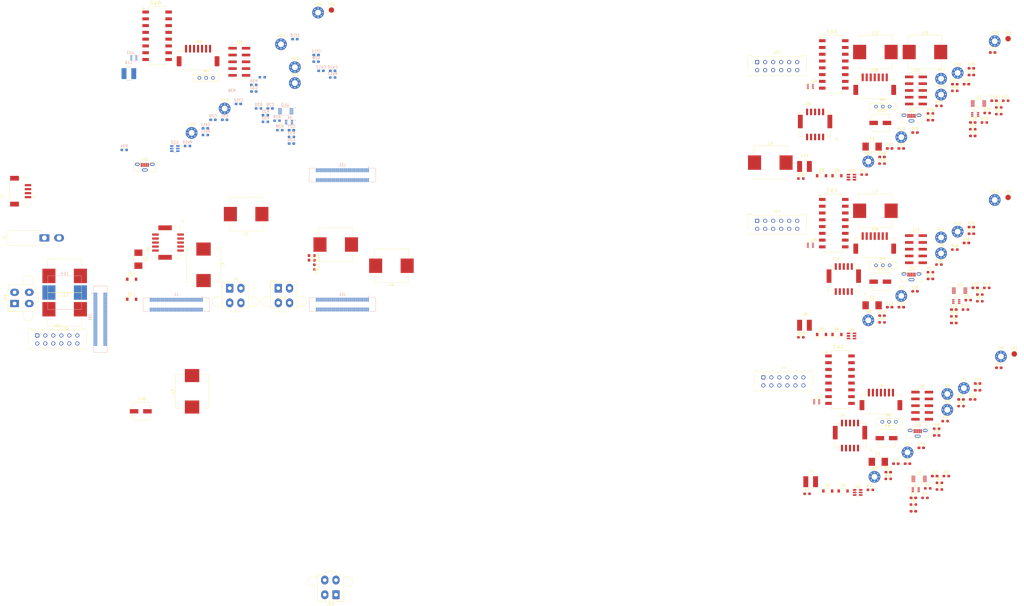
<source format=kicad_pcb>
(kicad_pcb (version 20211014) (generator pcbnew)
  (layers (0 "F.Cu" signal) (1 "In1.Cu" signal) (2 "In2.Cu" signal) (31 "B.Cu" signal) (34 "B.Paste" user) (35 "F.Paste" user) (36 "B.SilkS" user "B.Silkscreen") (37 "F.SilkS" user "F.Silkscreen") (38 "B.Mask" user) (39 "F.Mask" user) (44 "Edge.Cuts" user))
  (net 0 "")
  (net 1 "Net-(C1-Pad1)")
  (net 2 "GND")
  (net 3 "Net-(C2-Pad1)")
  (net 4 "VCC")
  (net 5 "Net-(C5-Pad1)")
  (net 6 "Net-(C6-Pad1)")
  (net 7 "Net-(C9-Pad1)")
  (net 8 "Net-(C10-Pad1)")
  (net 9 "Net-(C13-Pad1)")
  (net 10 "Net-(C14-Pad1)")
  (net 11 "Net-(Cs1-Pad2)")
  (net 12 "Net-(Cs2-Pad2)")
  (net 13 "Net-(Cs3-Pad2)")
  (net 14 "Net-(Cs4-Pad2)")
  (net 15 "Net-(Cs5-Pad2)")
  (net 16 "Net-(Cs6-Pad2)")
  (net 17 "Net-(J1-Pad1)")
  (net 18 "Net-(J1-Pad10)")
  (net 19 "Net-(J1-Pad13)")
  (net 39 "Net-(J11-Pad1)")
  (net 40 "Net-(J11-Pad10)")
  (net 41 "Net-(J11-Pad13)")
  (net 61 "Net-(L4-Pad1)")
  (net 62 "Net-(L8-Pad1)")
  (net 63 "Net-(R6-Pad1)")
  (net 64 "Net-(R9-Pad1)")
  (net 65 "Net-(R15-Pad1)")
  (net 66 "Net-(R18-Pad1)")
  (net 71 "Net-(TP1-Pad1)")
  (net 72 "Net-(TP2-Pad1)")
  (net 73 "Net-(C17-Pad1)")
  (net 74 "Net-(C18-Pad1)")
  (net 75 "Net-(C21-Pad1)")
  (net 76 "Net-(C22-Pad1)")
  (net 77 "Net-(C25-Pad1)")
  (net 78 "Net-(C26-Pad1)")
  (net 79 "Net-(C29-Pad1)")
  (net 80 "Net-(C30-Pad1)")
  (net 81 "Net-(Cs7-Pad2)")
  (net 82 "Net-(Cs8-Pad2)")
  (net 83 "Net-(Cs9-Pad2)")
  (net 84 "Net-(Cs10-Pad2)")
  (net 85 "Net-(Cs11-Pad2)")
  (net 86 "Net-(Cs12-Pad2)")
  (net 87 "Net-(J21-Pad1)")
  (net 88 "Net-(J21-Pad10)")
  (net 89 "Net-(J21-Pad13)")
  (net 109 "Net-(J31-Pad1)")
  (net 110 "Net-(J31-Pad10)")
  (net 111 "Net-(J31-Pad13)")
  (net 131 "Net-(L12-Pad1)")
  (net 132 "Net-(L16-Pad1)")
  (net 133 "Net-(R24-Pad1)")
  (net 134 "Net-(R27-Pad1)")
  (net 135 "Net-(R33-Pad1)")
  (net 136 "Net-(R36-Pad1)")
  (net 141 "Net-(TP3-Pad1)")
  (net 142 "Net-(TP4-Pad1)")
  (net 143 "/Connector layout12/Vaux")
  (net 144 "/Connector layout12/VDD")
  (net 145 "/Connector layout12/VBus")
  (net 146 "/Connector layout12/Motor+")
  (net 147 "/Connector layout12/Motor-")
  (net 148 "/Connector layout12/Motor3")
  (net 149 "/Connector layout12/IN_Clock{slash}HsDigOUT1\\")
  (net 150 "/Connector layout12/IN_Clock{slash}HsDigOUT1")
  (net 151 "/Connector layout12/IN_Data\\")
  (net 152 "/Connector layout12/IN_Data")
  (net 153 "/Connector layout12/Hall Sensor 1")
  (net 154 "/Connector layout12/Channel_A")
  (net 155 "/Connector layout12/Hall Sensor 2")
  (net 156 "/Connector layout12/Channel_A\\")
  (net 157 "/Connector layout12/Hall Sensor 3")
  (net 158 "/Connector layout12/Channel_B")
  (net 159 "/Connector layout12/Vsensor")
  (net 160 "/Connector layout12/Channel_B\\")
  (net 161 "/Connector layout12/Channel_I")
  (net 162 "/Connector layout12/Channel_I-")
  (net 163 "/Connector layout12/AnIN1+")
  (net 164 "/Connector layout12/AnIN1-")
  (net 165 "/Connector layout12/AnIN2+")
  (net 166 "/Connector layout12/AnIN2-")
  (net 167 "/Connector layout12/Data{slash}HsDigIN4")
  (net 168 "/Connector layout12/AnOUT1")
  (net 169 "/Connector layout12/Clock{slash}HsDigOUT1")
  (net 170 "/Connector layout12/USB_D-")
  (net 171 "/Connector layout12/USB_D+")
  (net 172 "/Connector layout12/ID 1")
  (net 173 "/Connector layout12/ID 5")
  (net 174 "/Connector layout12/ID 2")
  (net 175 "/Connector layout12/ID 6")
  (net 176 "/Connector layout12/ID 3")
  (net 177 "/Connector layout12/Auto bit rate")
  (net 178 "/Connector layout12/ID 4")
  (net 179 "/Connector layout12/DSP_RxD")
  (net 180 "/Connector layout12/DSP_TxD")
  (net 181 "/Connector layout13/Vaux")
  (net 182 "/Connector layout13/VDD")
  (net 183 "/Connector layout13/VBus")
  (net 184 "/Connector layout14/Vaux")
  (net 185 "/Connector layout14/VDD")
  (net 186 "/Connector layout14/VBus")
  (net 187 "/Connector layout15/Vaux")
  (net 188 "/Connector layout15/VDD")
  (net 189 "/Connector layout15/VBus")
  (net 190 "/Connector layout13/Motor+")
  (net 191 "/Connector layout13/Motor-")
  (net 192 "/Connector layout13/Motor3")
  (net 193 "/Connector layout14/Motor+")
  (net 194 "/Connector layout14/Motor-")
  (net 195 "/Connector layout14/Motor3")
  (net 196 "/Connector layout15/Motor+")
  (net 197 "/Connector layout15/Motor-")
  (net 198 "/Connector layout15/Motor3")
  (net 199 "/Connector layout13/IN_Clock{slash}HsDigOUT1\\")
  (net 200 "/Connector layout13/IN_Clock{slash}HsDigOUT1")
  (net 201 "/Connector layout13/IN_Data\\")
  (net 202 "/Connector layout13/IN_Data")
  (net 203 "/Connector layout14/IN_Clock{slash}HsDigOUT1\\")
  (net 204 "/Connector layout14/IN_Clock{slash}HsDigOUT1")
  (net 205 "/Connector layout14/IN_Data\\")
  (net 206 "/Connector layout14/IN_Data")
  (net 207 "/Connector layout15/IN_Clock{slash}HsDigOUT1\\")
  (net 208 "/Connector layout15/IN_Clock{slash}HsDigOUT1")
  (net 209 "/Connector layout15/IN_Data\\")
  (net 210 "/Connector layout15/IN_Data")
  (net 211 "/Connector layout13/Hall Sensor 1")
  (net 212 "/Connector layout13/Channel_A")
  (net 213 "/Connector layout13/Hall Sensor 2")
  (net 214 "/Connector layout13/Channel_A\\")
  (net 215 "/Connector layout13/Hall Sensor 3")
  (net 216 "/Connector layout13/Channel_B")
  (net 217 "/Connector layout13/Vsensor")
  (net 218 "/Connector layout13/Channel_B\\")
  (net 219 "/Connector layout13/Channel_I")
  (net 220 "/Connector layout13/Channel_I-")
  (net 221 "/Connector layout13/AnIN1+")
  (net 222 "/Connector layout13/AnIN1-")
  (net 223 "/Connector layout13/AnIN2+")
  (net 224 "/Connector layout13/AnIN2-")
  (net 225 "/Connector layout13/Data{slash}HsDigIN4")
  (net 226 "/Connector layout13/AnOUT1")
  (net 227 "/Connector layout13/Clock{slash}HsDigOUT1")
  (net 228 "/Connector layout13/USB_D-")
  (net 229 "/Connector layout13/USB_D+")
  (net 230 "/Connector layout13/ID 1")
  (net 231 "/Connector layout13/ID 5")
  (net 232 "/Connector layout13/ID 2")
  (net 233 "/Connector layout13/ID 6")
  (net 234 "/Connector layout13/ID 3")
  (net 235 "/Connector layout13/Auto bit rate")
  (net 236 "/Connector layout13/ID 4")
  (net 237 "/Connector layout13/DSP_RxD")
  (net 238 "/Connector layout13/DSP_TxD")
  (net 239 "/Connector layout14/Hall Sensor 1")
  (net 240 "/Connector layout14/Channel_A")
  (net 241 "/Connector layout14/Hall Sensor 2")
  (net 242 "/Connector layout14/Channel_A\\")
  (net 243 "/Connector layout14/Hall Sensor 3")
  (net 244 "/Connector layout14/Channel_B")
  (net 245 "/Connector layout14/Vsensor")
  (net 246 "/Connector layout14/Channel_B\\")
  (net 247 "/Connector layout14/Channel_I")
  (net 248 "/Connector layout14/Channel_I-")
  (net 249 "/Connector layout14/AnIN1+")
  (net 250 "/Connector layout14/AnIN1-")
  (net 251 "/Connector layout14/AnIN2+")
  (net 252 "/Connector layout14/AnIN2-")
  (net 253 "/Connector layout14/Data{slash}HsDigIN4")
  (net 254 "/Connector layout14/AnOUT1")
  (net 255 "/Connector layout14/Clock{slash}HsDigOUT1")
  (net 256 "/Connector layout14/USB_D-")
  (net 257 "/Connector layout14/USB_D+")
  (net 258 "/Connector layout14/ID 1")
  (net 259 "/Connector layout14/ID 5")
  (net 260 "/Connector layout14/ID 2")
  (net 261 "/Connector layout14/ID 6")
  (net 262 "/Connector layout14/ID 3")
  (net 263 "/Connector layout14/Auto bit rate")
  (net 264 "/Connector layout14/ID 4")
  (net 265 "/Connector layout14/DSP_RxD")
  (net 266 "/Connector layout14/DSP_TxD")
  (net 267 "/Connector layout15/Hall Sensor 1")
  (net 268 "/Connector layout15/Channel_A")
  (net 269 "/Connector layout15/Hall Sensor 2")
  (net 270 "/Connector layout15/Channel_A\\")
  (net 271 "/Connector layout15/Hall Sensor 3")
  (net 272 "/Connector layout15/Channel_B")
  (net 273 "/Connector layout15/Vsensor")
  (net 274 "/Connector layout15/Channel_B\\")
  (net 275 "/Connector layout15/Channel_I")
  (net 276 "/Connector layout15/Channel_I-")
  (net 277 "/Connector layout15/AnIN1+")
  (net 278 "/Connector layout15/AnIN1-")
  (net 279 "/Connector layout15/AnIN2+")
  (net 280 "/Connector layout15/AnIN2-")
  (net 281 "/Connector layout15/Data{slash}HsDigIN4")
  (net 282 "/Connector layout15/AnOUT1")
  (net 283 "/Connector layout15/Clock{slash}HsDigOUT1")
  (net 284 "/Connector layout15/USB_D-")
  (net 285 "/Connector layout15/USB_D+")
  (net 286 "/Connector layout15/ID 1")
  (net 287 "/Connector layout15/ID 5")
  (net 288 "/Connector layout15/ID 2")
  (net 289 "/Connector layout15/ID 6")
  (net 290 "/Connector layout15/ID 3")
  (net 291 "/Connector layout15/Auto bit rate")
  (net 292 "/Connector layout15/ID 4")
  (net 293 "/Connector layout15/DSP_RxD")
  (net 294 "/Connector layout15/DSP_TxD")
  (net 295 "CAN high")
  (net 296 "CAN low")
  (footprint "Resistor_SMD:R_0603_1608Metric_Pad0.98x0.95mm_HandSolder" (layer "F.Cu") (at 370.52 184.03)
    (fp_text reference "R8")
    (fp_text value "0R")
  )
  (footprint "Capacitor_SMD:C_0603_1608Metric_Pad1.08x0.95mm_HandSolder" (layer "F.Cu") (at 361.81 209.94)
    (fp_text reference "C3")
    (fp_text value "0.1uF")
  )
  (footprint "Diode_SMD:D_SOD-123" (layer "F.Cu") (at 327.425 89.215)
    (fp_text reference "D8")
    (fp_text value "SMF30A")
  )
  (footprint "can_proj_footprints:SOP50P490X110-10N" (layer "F.Cu") (at 363.955 202.835)
    (fp_text reference "U1")
    (fp_text value "MAX1486CUB+")
  )
  (footprint "Connector_Molex:Molex_Micro-Fit_3.0_43045-1212_2x06_P3.00mm_Vertical" (layer "F.Cu") (at 303.295 46.645)
    (fp_text reference "J24")
    (fp_text value "Hall Sensor (X4) ")
  )
  (footprint "MountingHole:MountingHole_2.2mm_M2_Pad_Via" (layer "F.Cu") (at 359.6 192.9)
    (fp_text reference "H1")
    (fp_text value "MountingHole_Pad")
  )
  (footprint "Connector_PinHeader_2.54mm:PinHeader_2x05_P2.54mm_Vertical_SMD" (layer "F.Cu") (at 362.775 116.745)
    (fp_text reference "J15")
    (fp_text value "Encoder (X5)")
  )
  (footprint "Resistor_SMD:R_0603_1608Metric_Pad0.98x0.95mm_HandSolder" (layer "F.Cu") (at 373.7 181.18)
    (fp_text reference "R9")
    (fp_text value "120R")
  )
  (footprint "Capacitor_SMD:C_0603_1608Metric_Pad1.08x0.95mm_HandSolder" (layer "F.Cu") (at 359.6 197.13)
    (fp_text reference "C7")
    (fp_text value "10uF")
  )
  (footprint "Capacitor_SMD:C_0603_1608Metric_Pad1.08x0.95mm_HandSolder" (layer "F.Cu") (at 376.955 144.405)
    (fp_text reference "C9")
    (fp_text value "220pF")
  )
  (footprint "can_proj_footprints:MOLEX_5031541090" (layer "F.Cu") (at 325 70)
    (fp_text reference "J26")
    (fp_text value "Sensor (X6)")
  )
  (footprint "Fuse:Fuseholder_Littelfuse_Nano2_157x" (layer "F.Cu") (at 346.345 137.785)
    (fp_text reference "F2")
    (fp_text value "0157010")
  )
  (footprint "can_proj_footprints:MOLEX_5031541090" (layer "F.Cu") (at 82.7 114.25925 90)
    (fp_text reference "J36")
    (fp_text value "Sensor (X6)")
  )
  (footprint "can_proj_footprints:450301014042" (layer "F.Cu") (at 96.9885 52.5585)
    (fp_text reference "SW7")
    (fp_text value "450301014042-ND")
  )
  (footprint "Capacitor_SMD:C_0603_1608Metric_Pad1.08x0.95mm_HandSolder" (layer "F.Cu") (at 392.02 61.115)
    (fp_text reference "C18")
    (fp_text value "220pF")
  )
  (footprint "can_proj_footprints:450301014042" (layer "F.Cu") (at 350.3635 63.2935)
    (fp_text reference "SW5")
    (fp_text value "450301014042-ND")
  )
  (footprint "Inductor_SMD:L_Wuerth_WE-PD-Typ-LS_Handsoldering" (layer "F.Cu") (at 44 126.75 180)
    (fp_text reference "L13")
    (fp_text value "15uH")
  )
  (footprint "Connector_Molex:Molex_Mini-Fit_Jr_5566-04A2_2x02_P4.20mm_Vertical" (layer "F.Cu") (at 25.25 137.1 90)
    (fp_text reference "J33")
    (fp_text value "Motor (X3)")
  )
  (footprint "Connector_Molex:Molex_CLIK-Mate_502585-0770_1x07-1MP_P1.50mm_Horizontal" (layer "F.Cu") (at 347.325 54.925)
    (fp_text reference "J28")
    (fp_text value "Analog I/O (X8)")
  )
  (footprint "Capacitor_SMD:C_0603_1608Metric_Pad1.08x0.95mm_HandSolder" (layer "F.Cu") (at 369.79 201.79)
    (fp_text reference "C2")
    (fp_text value "220pF")
  )
  (footprint "MountingHole:MountingHole_2.2mm_M2_Pad_Via" (layer "F.Cu") (at 357.275 134.245)
    (fp_text reference "H7")
    (fp_text value "MountingHole_Pad")
  )
  (footprint "MountingHole:MountingHole_2.2mm_M2_Pad_Via" (layer "F.Cu") (at 357.275 74.755)
    (fp_text reference "H13")
    (fp_text value "MountingHole_Pad")
  )
  (footprint "can_proj_footprints:TVS_TPD4E1B06DCKR" (layer "F.Cu") (at 377.85 136.355)
    (fp_text reference "D4")
    (fp_text value "TPD4E1B06DCKR")
  )
  (footprint "can_proj_footprints:MOLEX_5031541090" (layer "F.Cu") (at 335.745 127.94)
    (fp_text reference "J16")
    (fp_text value "Sensor (X6)")
  )
  (footprint "Resistor_SMD:R_0603_1608Metric_Pad0.98x0.95mm_HandSolder" (layer "F.Cu") (at 374.14 201.79)
    (fp_text reference "R3")
    (fp_text value "20k")
  )
  (footprint "Connector_USB:USB_Micro-B_Molex-105133-0001" (layer "F.Cu") (at 361.095 67.615)
    (fp_text reference "J30")
    (fp_text value "Micro_USB (X13)")
  )
  (footprint "Diode_SMD:D_SOD-123" (layer "F.Cu") (at 69.1 128)
    (fp_text reference "D12")
    (fp_text value "SMF30A")
  )
  (footprint "Resistor_SMD:R_0603_1608Metric_Pad0.98x0.95mm_HandSolder" (layer "F.Cu") (at 371.55 204.3)
    (fp_text reference "R4")
    (fp_text value "20k")
  )
  (footprint "Connector_USB:USB_Micro-B_Molex-105133-0001" (layer "F.Cu") (at 363.42 185.76)
    (fp_text reference "J10")
    (fp_text value "Micro_USB (X13)")
  )
  (footprint "Resistor_SMD:R_0603_1608Metric_Pad0.98x0.95mm_HandSolder" (layer "F.Cu") (at 350.065 84.685)
    (fp_text reference "Rs8")
    (fp_text value "270R")
  )
  (footprint "Fuse:Fuseholder_Littelfuse_Nano2_157x" (layer "F.Cu") (at 346.345 78.295)
    (fp_text reference "F3")
    (fp_text value "0157010")
  )
  (footprint "MountingHole:MountingHole_2.2mm_M2_Pad_Via" (layer "F.Cu") (at 372.175 52.855)
    (fp_text reference "H17")
    (fp_text value "MountingHole_Pad")
  )
  (footprint "Resistor_SMD:R_0603_1608Metric_Pad0.98x0.95mm_HandSolder" (layer "F.Cu") (at 367.2 206.39)
    (fp_text reference "R2")
    (fp_text value "150R")
  )
  (footprint "Resistor_SMD:R_0603_1608Metric_Pad0.98x0.95mm_HandSolder" (layer "F.Cu") (at 384.04 71.775)
    (fp_text reference "R24")
    (fp_text value "1k")
  )
  (footprint "can_proj_footprints:TVS_TPD4E1B06DCKR" (layer "F.Cu") (at 384.935 66.235)
    (fp_text reference "D7")
    (fp_text value "TPD4E1B06DCKR")
  )
  (footprint "Connector_Molex:Molex_Mini-Fit_Jr_5566-04A2_2x02_P4.20mm_Vertical" (layer "F.Cu") (at 145.6 246.25 180)
    (fp_text reference "J23")
    (fp_text value "Motor (X3)")
  )
  (footprint "Resistor_SMD:R_0603_1608Metric_Pad0.98x0.95mm_HandSolder" (layer "F.Cu") (at 319.675 90.275)
    (fp_text reference "R25")
    (fp_text value "0R")
  )
  (footprint "MountingHole:MountingHole_2.2mm_M2_Pad_Via" (layer "F.Cu") (at 125 39.94)
    (fp_text reference "H22")
    (fp_text value "MountingHole_Pad")
  )
  (footprint "Capacitor_SMD:C_0603_1608Metric_Pad1.08x0.95mm_HandSolder" (layer "F.Cu") (at 383.525 48.955)
    (fp_text reference "Cf8")
    (fp_text value "220pF")
  )
  (footprint "MountingHole:MountingHole_2.2mm_M2_Pad_Via" (layer "F.Cu") (at 103.9 64.02)
    (fp_text reference "H19")
    (fp_text value "MountingHole_Pad")
  )
  (footprint "can_proj_footprints:CAP_EEHZA1V680XP" (layer "F.Cu") (at 72.5 177.5)
    (fp_text reference "C30")
    (fp_text value "EEH-ZA1V680XP")
  )
  (footprint "Resistor_SMD:R_0603_1608Metric_Pad0.98x0.95mm_HandSolder" (layer "F.Cu") (at 345.7 206.94)
    (fp_text reference "Rs1")
    (fp_text value "270R")
  )
  (footprint "can_proj_footprints:SW_219-8LPSTRF" (layer "F.Cu") (at 332 106.99)
    (fp_text reference "SW4")
    (fp_text value "219-8LPS")
  )
  (footprint "Inductor_SMD:L_Wuerth_WE-PD-Typ-LS_Handsoldering" (layer "F.Cu") (at 145.5 115 180)
    (fp_text reference "L5")
    (fp_text value "15uH")
  )
  (footprint "Connector_USB:USB_Micro-B_Molex-105133-0001" (layer "F.Cu") (at 361.095 127.105)
    (fp_text reference "J20")
    (fp_text value "Micro_USB (X13)")
  )
  (footprint "Connector_Molex:Molex_Mini-Fit_Jr_5569-02A2_2x01_P4.20mm_Horizontal" (layer "F.Cu") (at 36.4 112.5 90)
    (fp_text reference "J2")
    (fp_text value "Power_supply (X1)")
  )
  (footprint "Capacitor_SMD:C_0603_1608Metric_Pad1.08x0.95mm_HandSolder" (layer "F.Cu") (at 137.5 120 -90)
    (fp_text reference "Cs4")
    (fp_text value "470pF")
  )
  (footprint "MountingHole:MountingHole_2.2mm_M2_Pad_Via" (layer "F.Cu") (at 344.915 83.895)
    (fp_text reference "H14")
    (fp_text value "MountingHole_Pad")
  )
  (footprint "Inductor_SMD:L_Wuerth_WE-PD-Typ-LS_Handsoldering" (layer "F.Cu") (at 96 122.6 -90)
    (fp_text reference "L3")
    (fp_text value "15uH")
  )
  (footprint "Capacitor_SMD:C_0603_1608Metric_Pad1.08x0.95mm_HandSolder" (layer "F.Cu") (at 377.325 54.905)
    (fp_text reference "Cs7")
    (fp_text value "470pF")
  )
  (footprint "MountingHole:MountingHole_2.2mm_M2_Pad_Via" (layer "F.Cu") (at 394.59 156.95)
    (fp_text reference "H6")
    (fp_text value "MountingHole_Pad")
  )
  (footprint "Capacitor_SMD:C_0603_1608Metric_Pad1.08x0.95mm_HandSolder" (layer "F.Cu") (at 385.85 169.61)
    (fp_text reference "C4")
    (fp_text value "1uF")
  )
  (footprint "Resistor_SMD:R_0603_1608Metric_Pad0.98x0.95mm_HandSolder" (layer "F.Cu") (at 379.65 175.56)
    (fp_text reference "Rs3")
    (fp_text value "270R")
  )
  (footprint "Capacitor_SMD:C_0603_1608Metric_Pad1.08x0.95mm_HandSolder" (layer "F.Cu") (at 350.065 82.175)
    (fp_text reference "Cs8")
    (fp_text value "470pF")
  )
  (footprint "Inductor_SMD:L_Wuerth_WE-PD-Typ-LS_Handsoldering" (layer "F.Cu") (at 347.575 42.855)
    (fp_text reference "L11")
    (fp_text value "15uH")
  )
  (footprint "Inductor_SMD:L_Wuerth_WE-PD-Typ-LS_Handsoldering" (layer "F.Cu") (at 111.95 103.6 180)
    (fp_text reference "L1")
    (fp_text value "15uH")
  )
  (footprint "Capacitor_SMD:C_0603_1608Metric_Pad1.08x0.95mm_HandSolder" (layer "F.Cu") (at 379.65 173.05)
    (fp_text reference "Cs1")
    (fp_text value "470pF")
  )
  (footprint "Capacitor_SMD:C_0603_1608Metric_Pad1.08x0.95mm_HandSolder" (layer "F.Cu") (at 384.04 74.285)
    (fp_text reference "C17")
    (fp_text value "220pF")
  )
  (footprint "Inductor_SMD:L_Wuerth_WE-PD-Typ-LS_Handsoldering" (layer "F.Cu") (at 366.125 42.855)
    (fp_text reference "L10")
    (fp_text value "15uH")
  )
  (footprint "TestPoint:TestPoint_Pad_D2.0mm" (layer "F.Cu") (at 397.265 97.345)
    (fp_text reference "TP2")
    (fp_text value "RESET_TP")
  )
  (footprint "Resistor_SMD:R_0603_1608Metric_Pad0.98x0.95mm_HandSolder" (layer "F.Cu") (at 319.675 149.765)
    (fp_text reference "R16")
    (fp_text value "0R")
  )
  (footprint "MountingHole:MountingHole_2.2mm_M2_Pad_Via" (layer "F.Cu") (at 374.5 171)
    (fp_text reference "H5")
    (fp_text value "MountingHole_Pad")
  )
  (footprint "Capacitor_SMD:C_0603_1608Metric_Pad1.08x0.95mm_HandSolder" (layer "F.Cu") (at 381.675 54.905)
    (fp_text reference "Cs9")
    (fp_text value "470pF")
  )
  (footprint "Capacitor_SMD:C_0603_1608Metric_Pad1.08x0.95mm_HandSolder" (layer "F.Cu") (at 384.04 69.265)
    (fp_text reference "C19")
    (fp_text value "0.1uF")
  )
  (footprint "Resistor_SMD:R_0603_1608Metric_Pad0.98x0.95mm_HandSolder" (layer "F.Cu") (at 377.325 116.905)
    (fp_text reference "Rs6")
    (fp_text value "270R")
  )
  (footprint "Resistor_SMD:R_0603_1608Metric_Pad0.98x0.95mm_HandSolder" (layer "F.Cu") (at 352.39 202.83)
    (fp_text reference "Rs2")
    (fp_text value "270R")
  )
  (footprint "Connector_Molex:Molex_Mini-Fit_Jr_5566-04A2_2x02_P4.20mm_Vertical" (layer "F.Cu") (at 124 131.35)
    (fp_text reference "J13")
    (fp_text value "Motor (X3)")
  )
  (footprint "Capacitor_SMD:C_0603_1608Metric_Pad1.08x0.95mm_HandSolder" (layer "F.Cu") (at 383.525 110.955)
    (fp_text reference "C12")
    (fp_text value "1uF")
  )
  (footprint "Resistor_SMD:R_0603_1608Metric_Pad0.98x0.95mm_HandSolder" (layer "F.Cu") (at 386.695 136.255)
    (fp_text reference "R14")
    (fp_text value "22k")
  )
  (footprint "Capacitor_SMD:C_0603_1608Metric_Pad1.08x0.95mm_HandSolder" (layer "F.Cu") (at 376.955 139.385)
    (fp_text reference "C11")
    (fp_text value "0.1uF")
  )
  (footprint "Connector_Molex:Molex_CLIK-Mate_502585-0770_1x07-1MP_P1.50mm_Horizontal" (layer "F.Cu") (at 347.325 114.415)
    (fp_text reference "J18")
    (fp_text value "Analog I/O (X8)")
  )
  (footprint "Diode_SMD:D_SOD-123" (layer "F.Cu") (at 335.5 207.36)
    (fp_text reference "D3")
    (fp_text value "SMF30A")
  )
  (footprint "Capacitor_SMD:C_0603_1608Metric_Pad1.08x0.95mm_HandSolder" (layer "F.Cu") (at 384.935 131.235)
    (fp_text reference "C10")
    (fp_text value "220pF")
  )
  (footprint "Resistor_SMD:R_0603_1608Metric_Pad0.98x0.95mm_HandSolder" (layer "F.Cu") (at 393.78 63.625)
    (fp_text reference "R22")
    (fp_text value "20k")
  )
  (footprint "MountingHole:MountingHole_2.2mm_M2_Pad_Via" (layer "F.Cu") (at 372.175 118.295)
    (fp_text reference "H9")
    (fp_text value "MountingHole_Pad")
  )
  (footprint "Capacitor_SMD:C_0603_1608Metric_Pad1.08x0.95mm_HandSolder" (layer "F.Cu") (at 135.5 120 -90)
    (fp_text reference "Cf4")
    (fp_text value "220pF")
  )
  (footprint "Inductor_SMD:L_Wuerth_WE-PD-Typ-LS_Handsoldering" (layer "F.Cu") (at 91.7 170 90)
    (fp_text reference "L2")
    (fp_text value "15uH")
  )
  (footprint "can_proj_footprints:CAP_EEHZA1V680XP" (layer "F.Cu") (at 349.425 128.915)
    (fp_text reference "C14")
    (fp_text value "EEH-ZA1V680XP")
  )
  (footprint "can_proj_footprints:MOLEX_5031541090" (layer "F.Cu") (at 338.07 186.595)
    (fp_text reference "J6")
    (fp_text value "Sensor (X6)")
  )
  (footprint "Capacitor_SMD:C_0603_1608Metric_Pad1.08x0.95mm_HandSolder" (layer "F.Cu") (at 385.85 167.1)
    (fp_text reference "Cf2")
    (fp_text value "220pF")
  )
  (footprint "Fuse:Fuseholder_Littelfuse_Nano2_157x" (layer "F.Cu") (at 348.67 196.44)
    (fp_text reference "F1")
    (fp_text value "0157010")
  )
  (footprint "Capacitor_SMD:C_0603_1608Metric_Pad1.08x0.95mm_HandSolder" (layer "F.Cu") (at 384 173.05)
    (fp_text reference "Cs3")
    (fp_text value "470pF")
  )
  (footprint "Connector_Molex:Molex_CLIK-Mate_502585-0770_1x07-1MP_P1.50mm_Horizontal" (layer "F.Cu") (at 349.65 173.07)
    (fp_text reference "J8")
    (fp_text value "Analog I/O (X8)")
  )
  (footprint "can_proj_footprints:SON50P200X200X80-8N" (layer "F.Cu") (at 323.255 55.77)
    (fp_text reference "U8")
    (fp_text value "MAX15462BATA+T")
  )
  (footprint "Resistor_SMD:R_0603_1608Metric_Pad0.98x0.95mm_HandSolder" (layer "F.Cu") (at 368.195 125.375)
    (fp_text reference "R17")
    (fp_text value "0R")
  )
  (footprint "Diode_SMD:D_SOD-123" (layer "F.Cu") (at 327.425 148.705)
    (fp_text reference "D5")
    (fp_text value "SMF30A")
  )
  (footprint "MountingHole:MountingHole_2.2mm_M2_Pad_Via" (layer "F.Cu") (at 138.89 28.07)
    (fp_text reference "H24")
    (fp_text value "MountingHole_Pad")
  )
  (footprint "Resistor_SMD:R_0603_1608Metric_Pad0.98x0.95mm_HandSolder" (layer "F.Cu") (at 371.375 63.035)
    (fp_text reference "R27")
    (fp_text value "120R")
  )
  (footprint "Connector_PinHeader_2.54mm:PinHeader_2x05_P2.54mm_Vertical_SMD" (layer "F.Cu") (at 365.1 175.4)
    (fp_text reference "J5")
    (fp_text value "Encoder (X5)")
  )
  (footprint "Connector_Molex:Molex_Micro-Fit_3.0_43045-1212_2x06_P3.00mm_Vertical" (layer "F.Cu") (at 305.62 164.79)
    (fp_text reference "J4")
    (fp_text value "Hall Sensor (X4) ")
  )
  (footprint "Capacitor_SMD:C_0603_1608Metric_Pad1.08x0.95mm_HandSolder" (layer "F.Cu") (at 364.75 191.18)
    (fp_text reference "Cf3")
    (fp_text value "220pF")
  )
  (footprint "Capacitor_SMD:C_0603_1608Metric_Pad1.08x0.95mm_HandSolder" (layer "F.Cu") (at 362.425 132.525)
    (fp_text reference "Cf6")
    (fp_text value "220pF")
  )
  (footprint "Inductor_SMD:L_Wuerth_WE-PD-Typ-LS_Handsoldering" (layer "F.Cu") (at 308.225 84.295)
    (fp_text reference "L9")
    (fp_text value "15uH")
  )
  (footprint "can_proj_footprints:SOP50P490X110-10N" (layer "F.Cu") (at 379.1 132.28)
    (fp_text reference "U4")
    (fp_text value "MAX1486CUB+")
  )
  (footprint "Diode_SMD:D_SOD-123" (layer "F.Cu") (at 333.175 148.705)
    (fp_text reference "D6")
    (fp_text value "SMF30A")
  )
  (footprint "can_proj_footprints:IND_LQH5BPH470MT0L" (layer "F.Cu") (at 321.025 85.745)
    (fp_text reference "L12")
    (fp_text value "47uH")
  )
  (footprint "MountingHole:MountingHole_2.2mm_M2_Pad_Via" (layer "F.Cu") (at 374.5 176.95)
    (fp_text reference "H3")
    (fp_text value "MountingHole_Pad")
  )
  (footprint "Capacitor_SMD:C_0603_1608Metric_Pad1.08x0.95mm_HandSolder" (layer "F.Cu") (at 368.195 127.885)
    (fp_text reference "C16")
    (fp_text value "0.1uF")
  )
  (footprint "TestPoint:TestPoint_Pad_D2.0mm" (layer "F.Cu") (at 397.265 37.855)
    (fp_text reference "TP3")
    (fp_text value "RESET_TP")
  )
  (footprint "TestPoint:TestPoint_Pad_D2.0mm" (layer "F.Cu") (at 143.89 27.12)
    (fp_text reference "TP4")
    (fp_text value "RESET_TP")
  )
  (footprint "can_proj_footprints:CAP_EEHZA1V680XP" (layer "F.Cu") (at 351.75 187.57)
    (fp_text reference "C6")
    (fp_text value "EEH-ZA1V680XP")
  )
  (footprint "Capacitor_SMD:C_0603_1608Metric_Pad1.08x0.95mm_HandSolder" (layer "F.Cu") (at 352.39 200.32)
    (fp_text reference "Cs2")
    (fp_text value "470pF")
  )
  (footprint "can_proj_footprints:SW_219-8LPSTRF" (layer "F.Cu") (at 78.625 36.765)
    (fp_text reference "SW8")
    (fp_text value "219-8LPS")
  )
  (footprint "can_proj_footprints:CAP_EEHZA1V680XP" (layer "F.Cu") (at 349.425 69.425)
    (fp_text reference "C22")
    (fp_text value "EEH-ZA1V680XP")
  )
  (footprint "Resistor_SMD:R_0603_1608Metric_Pad0.98x0.95mm_HandSolder" (layer "F.Cu") (at 388.39 69.265)
    (fp_text reference "R19")
    (fp_text value "150R")
  )
  (footprint "Inductor_SMD:L_Wuerth_WE-PD-Typ-LS_Handsoldering" (layer "F.Cu") (at 166.35 122.95 180)
    (fp_text reference "L6")
    (fp_text value "15uH")
  )
  (footprint "Capacitor_SMD:C_0603_1608Metric_Pad1.08x0.95mm_HandSolder" (layer "F.Cu") (at 383.525 51.465)
    (fp_text reference "C20")
    (fp_text value "1uF")
  )
  (footprint "Capacitor_SMD:C_0603_1608Metric_Pad1.08x0.95mm_HandSolder" (layer "F.Cu") (at 368.195 68.395)
    (fp_text reference "C24")
    (fp_text value "0.1uF")
  )
  (footprint "MountingHole:MountingHole_2.2mm_M2_Pad_Via" (layer "F.Cu") (at 91.54 73.16)
    (fp_text reference "H20")
    (fp_text value "MountingHole_Pad")
  )
  (footprint "can_proj_footprints:SON50P200X200X80-8N" (layer "F.Cu") (at 325.58 173.915)
    (fp_text reference "U2")
    (fp_text value "MAX15462BATA+T")
  )
  (footprint "Resistor_SMD:R_0603_1608Metric_Pad0.98x0.95mm_HandSolder" (layer "F.Cu") (at 371.375 122.525)
    (fp_text reference "R18")
    (fp_text value "120R")
  )
  (footprint "MountingHole:MountingHole_2.2mm_M2_Pad_Via" (layer "F.Cu") (at 372.175 58.805)
    (fp_text reference "H15")
    (fp_text value "MountingHole_Pad")
  )
  (footprint "Resistor_SMD:R_0603_1608Metric_Pad0.98x0.95mm_HandSolder" (layer "F.Cu") (at 350.065 144.175)
    (fp_text reference "Rs5")
    (fp_text value "270R")
  )
  (footprint "MountingHole:MountingHole_2.2mm_M2_Pad_Via" (layer "F.Cu") (at 392.265 98.295)
    (fp_text reference "H12")
    (fp_text value "MountingHole_Pad")
  )
  (footprint "Resistor_SMD:R_0603_1608Metric_Pad0.98x0.95mm_HandSolder" (layer "F.Cu") (at 386.695 133.745)
    (fp_text reference "R13")
    (fp_text value "20k")
  )
  (footprint "MountingHole:MountingHole_2.2mm_M2_Pad_Via" (layer "F.Cu") (at 392.265 38.805)
    (fp_text reference "H18")
    (fp_text value "MountingHole_Pad")
  )
  (footprint "MountingHole:MountingHole_2.2mm_M2_Pad_Via" (layer "F.Cu") (at 130.2 48.55)
    (fp_text reference "H23")
    (fp_text value "MountingHole_Pad")
  )
  (footprint "can_proj_footprints:SOP50P490X110-10N" (layer "F.Cu") (at 386.185 62.16)
    (fp_text reference "U7")
    (fp_text value "MAX1486CUB+")
  )
  (footprint "Package_TO_SOT_SMD:SOT-23-6" (layer "F.Cu") (at 338.625 89.765)
    (fp_text reference "U9")
    (fp_text value "SRV05-4")
  )
  (footprint "Diode_SMD:D_SOD-123" (layer "F.Cu") (at 333.175 89.215)
    (fp_text reference "D9")
    (fp_text value "SMF30A")
  )
  (footprint "Connector_PinHeader_2.54mm:PinHeader_2x05_P2.54mm_Vertical_SMD" (layer "F.Cu") (at 109.4 46.52)
    (fp_text reference "J35")
    (fp_text value "Encoder (X5)")
  )
  (footprint "Inductor_SMD:L_Wuerth_WE-PD-Typ-LS_Handsoldering" (layer "F.Cu") (at 44 139.25 180)
    (fp_text reference "L15")
    (fp_text value "15uH")
  )
  (footprint "can_proj_footprints:SON50P200X200X80-8N" (layer "F.Cu") (at 323.255 115.26)
    (fp_text reference "U5")
    (fp_text value "MAX15462BATA+T")
  )
  (footprint "Capacitor_SMD:C_0603_1608Metric_Pad1.08x0.95mm_HandSolder" (layer "F.Cu") (at 391.465 43.035)
    (fp_text reference "Cf7")
    (fp_text value "220pF")
  )
  (footprint "can_proj_footprints:MOLEX_5025840460" (layer "F.Cu") (at 27 95 90)
    (fp_text reference "J7")
    (fp_text value "CAN 1 (X11)")
  )
  (footprint "MountingHole:MountingHole_2.2mm_M2_Pad_Via" (layer "F.Cu") (at 372.175 112.345)
    (fp_text reference "H11")
    (fp_text value "MountingHole_Pad")
  )
  (footprint "can_proj_footprints:450301014042" (layer "F.Cu") (at 350.3635 122.7835)
    (fp_text reference "SW3")
    (fp_text value "450301014042-ND")
  )
  (footprint "MountingHole:MountingHole_2.2mm_M2_Pad_Via" (layer "F.Cu") (at 130.2 54.5)
    (fp_text reference "H21")
    (fp_text value "MountingHole_Pad")
  )
  (footprint "Resistor_SMD:R_0603_1608Metric_Pad0.98x0.95mm_HandSolder" (layer "F.Cu") (at 393.78 66.135)
    (fp_text reference "R23")
    (fp_text value "22k")
  )
  (footprint "Package_TO_SOT_SMD:SOT-23-6" (layer "F.Cu") (at 338.625 149.255)
    (fp_text reference "U6")
    (fp_text value "SRV05-4")
  )
  (footprint "Resistor_SMD:R_0603_1608Metric_Pad0.98x0.95mm_HandSolder" (layer "F.Cu") (at 382.345 135.835)
    (fp_text reference "R11")
    (fp_text value "150R")
  )
  (footprint "Resistor_SMD:R_0603_1608Metric_Pad0.98x0.95mm_HandSolder" (layer "F.Cu") (at 381.305 139.385)
    (fp_text reference "R10")
    (fp_text value "150R")
  )
  (footprint "can_proj_footprints:IND_LQH5BPH470MT0L" (layer "F.Cu") (at 323.35 203.89)
    (fp_text reference "L4")
    (fp_text value "47uH")
  )
  (footprint "Resistor_SMD:R_0603_1608Metric_Pad0.98x0.95mm_HandSolder" (layer "F.Cu") (at 396.37 61.115)
    (fp_text reference "R21")
    (fp_text value "20k")
  )
  (footprint "can_proj_footprints:IND_LQH5BPH470MT0L" (layer "F.Cu") (at 321.025 145.235)
    (fp_text reference "L8")
    (fp_text value "47uH")
  )
  (footprint "MountingHole:MountingHole_2.2mm_M2_Pad_Via" (layer "F.Cu") (at 378.375 110.165)
    (fp_text reference "H10")
    (fp_text value "MountingHole_Pad")
  )
  (footprint "Capacitor_SMD:C_0603_1608Metric_Pad1.08x0.95mm_HandSolder" (layer "F.Cu") (at 381.675 114.395)
    (fp_text reference "Cs6")
    (fp_text value "470pF")
  )
  (footprint "Capacitor_SMD:C_0603_1608Metric_Pad1.08x0.95mm_HandSolder" (layer "F.Cu") (at 352.925 78.985)
    (fp_text reference "C21")
    (fp_text value "1uF")
  )
  (footprint "Connector_Molex:Molex_CLIK-Mate_502585-0770_1x07-1MP_P1.50mm_Horizontal" (layer "F.Cu") (at 93.95 44.19)
    (fp_text reference "J38")
    (fp_text value "Analog I/O (X8)")
  )
  (footprint "Connector_Molex:Molex_Mini-Fit_Jr_5566-04A2_2x02_P4.20mm_Vertical" (layer "F.Cu") (at 105.8 131.36)
    (fp_text reference "J3")
    (fp_text value "Motor (X3)")
  )
  (footprint "Capacitor_SMD:C_0603_1608Metric_Pad1.08x0.95mm_HandSolder" (layer "F.Cu") (at 352.925 138.475)
    (fp_text reference "C13")
    (fp_text value "1uF")
  )
  (footprint "Resistor_SMD:R_0603_1608Metric_Pad0.98x0.95mm_HandSolder" (layer "F.Cu") (at 137.5 123.5 -90)
    (fp_text reference "Rs4")
    (fp_text value "270R")
  )
  (footprint "MountingHole:MountingHole_2.2mm_M2_Pad_Via" (layer "F.Cu") (at 344.915 143.385)
    (fp_text reference "H8")
    (fp_text value "MountingHole_Pad")
  )
  (footprint "MountingHole:MountingHole_2.2mm_M2_Pad_Via" (layer "F.Cu") (at 378.375 50.675)
    (fp_text reference "H16")
    (fp_text value "MountingHole_Pad")
  )
  (footprint "Resistor_SMD:R_0603_1608Metric_Pad0.98x0.95mm_HandSolder" (layer "F.Cu") (at 322 208.42)
    (fp_text reference "R7")
    (fp_text value "0R")
  )
  (footprint "MountingHole:MountingHole_2.2mm_M2_Pad_Via" (layer "F.Cu") (at 347.24 202.04)
    (fp_text reference "H2")
    (fp_text value "MountingHole_Pad")
  )
  (footprint "can_proj_footprints:TVS_TPD4E1B06DCKR" (layer "F.Cu") (at 362.705 206.91)
    (fp_text reference "D1")
    (fp_text value "TPD4E1B06DCKR")
  )
  (footprint "Resistor_SMD:R_0603_1608Metric_Pad0.98x0.95mm_HandSolder" (layer "F.Cu") (at 361.81 212.45)
    (fp_text reference "R6")
    (fp_text value "1k")
  )
  (footprint "TestPoint:TestPoint_Pad_D2.0mm" (layer "F.Cu") (at 399.59 156)
    (fp_text reference "TP1")
    (fp_text value "RESET_TP")
  )
  (footprint "Capacitor_SMD:C_0603_1608Metric_Pad1.08x0.95mm_HandSolder" (layer "F.Cu") (at 362.425 73.035)
    (fp_text reference "Cf9")
    (fp_text value "220pF")
  )
  (footprint "Resistor_SMD:R_0603_1608Metric_Pad0.98x0.95mm_HandSolder" (layer "F.Cu") (at 377.325 57.415)
    (fp_text reference "Rs9")
    (fp_text value "270R")
  )
  (footprint "Connector_PinHeader_2.54mm:PinHeader_2x05_P2.54mm_Vertical_SMD" (layer "F.Cu") (at 362.775 57.255)
    (fp_text reference "J25")
    (fp_text value "Encoder (X5)")
  )
  (footprint "MountingHole:MountingHole_2.2mm_M2_Pad_Via" (layer "F.Cu") (at 380.7 168.82)
    (fp_text reference "H4")
    (fp_text value "MountingHole_Pad")
  )
  (footprint "Fuse:Fuseholder_Littelfuse_Nano2_157x" (layer "F.Cu") (at 71.6 120.5 -90)
    (fp_text reference "F4")
    (fp_text value "0157010")
  )
  (footprint "Capacitor_SMD:C_0603_1608Metric_Pad1.08x0.95mm_HandSolder" (layer "F.Cu") (at 355.25 197.13)
    (fp_text reference "C5")
    (fp_text value "1uF")
  )
  (footprint "Capacitor_SMD:C_0603_1608Metric_Pad1.08x0.95mm_HandSolder" (layer "F.Cu") (at 357.275 78.985)
    (fp_text reference "C23")
    (fp_text value "10uF")
  )
  (footprint "can_proj_footprints:SW_219-8LPSTRF" (layer "F.Cu") (at 332 47.5)
    (fp_text reference "SW6")
    (fp_text value "219-8LPS")
  )
  (footprint "Inductor_SMD:L_Wuerth_WE-PD-Typ-LS_Handsoldering" (layer "F.Cu") (at 347.575 102.345)
    (fp_text reference "L7")
    (fp_text value "15uH")
  )
  (footprint "Resistor_SMD:R_0603_1608Metric_Pad0.98x0.95mm_HandSolder" (layer "F.Cu") (at 389.285 131.235)
    (fp_text reference "R12")
    (fp_text value "20k")
  )
  (footprint "Package_TO_SOT_SMD:SOT-23-6" (layer "F.Cu") (at 340.95 207.91)
    (fp_text reference "U3")
    (fp_text value "SRV05-4")
  )
  (footprint "Resistor_SMD:R_0603_1608Metric_Pad0.98x0.95mm_HandSolder" (layer "F.Cu") (at 371.55 206.81)
    (fp_text reference "R5")
    (fp_text value "22k")
  )
  (footprint "Capacitor_SMD:C_0603_1608Metric_Pad1.08x0.95mm_HandSolder" (layer "F.Cu") (at 370.52 186.54)
    (fp_text reference "C8")
    (fp_text value "0.1uF")
  )
  (footprint "Resistor_SMD:R_0603_1608Metric_Pad0.98x0.95mm_HandSolder" (layer "F.Cu") (at 366.16 209.94)
    (fp_text reference "R1")
    (fp_text value "150R")
  )
  (footprint "can_proj_footprints:SW_219-8LPSTRF" (layer "F.Cu") (at 334.325 165.645)
    (fp_text reference "SW2")
    (fp_text value "219-8LPS")
  )
  (footprint "Connector_Molex:Molex_Micro-Fit_3.0_43045-1212_2x06_P3.00mm_Vertical" (layer "F.Cu") (at 303.295 106.135)
    (fp_text reference "J14")
    (fp_text value "Hall Sensor (X4) ")
  )
  (footprint "Connector_USB:USB_Micro-B_Molex-105133-0001" (layer "F.Cu") (at 74 86)
    (fp_text reference "J40")
    (fp_text value "Micro_USB (X13)")
  )
  (footprint "Capacitor_SMD:C_0603_1608Metric_Pad1.08x0.95mm_HandSolder" (layer "F.Cu") (at 350.065 141.665)
    (fp_text reference "Cs5")
    (fp_text value "470pF")
  )
  (footprint "Resistor_SMD:R_0603_1608Metric_Pad0.98x0.95mm_HandSolder" (layer "F.Cu") (at 389.43 65.715)
    (fp_text reference "R20")
    (fp_text value "150R")
  )
  (footprint "Capacitor_SMD:C_0603_1608Metric_Pad1.08x0.95mm_HandSolder" (layer "F.Cu") (at 393.79 161.18)
    (fp_text reference "Cf1")
    (fp_text value "220pF")
  )
  (footprint "Capacitor_SMD:C_0603_1608Metric_Pad1.08x0.95mm_HandSolder" (layer "F.Cu") (at 361.81 214.96)
    (fp_text reference "C1")
    (fp_text value "220pF")
  )
  (footprint "Capacitor_SMD:C_0603_1608Metric_Pad1.08x0.95mm_HandSolder" (layer "F.Cu") (at 383.525 108.445)
    (fp_text reference "Cf5")
    (fp_text value "220pF")
  )
  (footprint "Resistor_SMD:R_0603_1608Metric_Pad0.98x0.95mm_HandSolder" (layer "F.Cu") (at 376.955 141.895)
    (fp_text reference "R15")
    (fp_text value "1k")
  )
  (footprint "Resistor_SMD:R_0603_1608Metric_Pad0.98x0.95mm_HandSolder" (layer "F.Cu") (at 368.195 65.885)
    (fp_text reference "R26")
    (fp_text value "0R")
  )
  (footprint "Diode_SMD:D_SOD-123" (layer "F.Cu") (at 69.1 135.5)
    (fp_text reference "D11")
    (fp_text value "SMF30A")
  )
  (footprint "Resistor_SMD:R_0603_1608Metric_Pad0.98x0.95mm_HandSolder" (layer "F.Cu") (at 343.375 88.795)
    (fp_text reference "Rs7")
    (fp_text value "270R")
  )
  (footprint "Capacitor_SMD:C_0603_1608Metric_Pad1.08x0.95mm_HandSolder" (layer "F.Cu") (at 357.275 138.475)
    (fp_text reference "C15")
    (fp_text value "10uF")
  )
  (footprint "Connector_Molex:Molex_Micro-Fit_3.0_43045-1212_2x06_P3.00mm_Vertical" (layer "F.Cu") (at 33.75 149.085)
    (fp_text reference "J34")
    (fp_text value "Hall Sensor (X4) ")
  )
  (footprint "Diode_SMD:D_SOD-123" (layer "F.Cu") (at 329.75 207.36)
    (fp_text reference "D2")
    (fp_text value "SMF30A")
  )
  (footprint "can_proj_footprints:450301014042" (layer "F.Cu") (at 352.6885 181.4385)
    (fp_text reference "SW1")
    (fp_text value "450301014042-ND")
  )
  (footprint "Connector_Samtec:Samtec_LSHM-140-xx.x-x-DV-N_2x40_P0.50mm_Vertical" (layer "B.Cu") (at 85.8 137.55 180)
    (fp_text reference "J1")
    (fp_text value "LSHM-140-02.5-L-DV-A-N-K-TR")
  )
  (footprint "Capacitor_SMD:C_0603_1608Metric_Pad1.08x0.95mm_HandSolder" (layer "B.Cu") (at 96.69 71.44 180)
    (fp_text reference "Cs11")
    (fp_text value "470pF")
  )
  (footprint "can_proj_footprints:SOP50P490X110-10N" (layer "B.Cu") (at 126.774286 65.035 180)
    (fp_text reference "U10")
    (fp_text value "MAX1486CUB+")
  )
  (footprint "Capacitor_SMD:C_0603_1608Metric_Pad1.08x0.95mm_HandSolder" (layer "B.Cu") (at 144.35 49.9 180)
    (fp_text reference "Cs10")
    (fp_text value "470pF")
  )
  (footprint "Connector_Samtec:Samtec_LSHM-140-xx.x-x-DV-N_2x40_P0.50mm_Vertical" (layer "B.Cu") (at 57.35 143 -90)
    (fp_text reference "J31")
    (fp_text value "LSHM-140-02.5-L-DV-A-N-K-TR")
  )
  (footprint "Resistor_SMD:R_0603_1608Metric_Pad0.98x0.95mm_HandSolder" (layer "B.Cu") (at 96.69 73.95 180)
    (fp_text reference "Rs11")
    (fp_text value "270R")
  )
  (footprint "Capacitor_SMD:C_0603_1608Metric_Pad1.08x0.95mm_HandSolder" (layer "B.Cu") (at 138.15 46.46 180)
    (fp_text reference "C28")
    (fp_text value "1uF")
  )
  (footprint "Capacitor_SMD:C_0603_1608Metric_Pad1.08x0.95mm_HandSolder" (layer "B.Cu") (at 128.919286 72.14 180)
    (fp_text reference "C27")
    (fp_text value "0.1uF")
  )
  (footprint "Capacitor_SMD:C_0603_1608Metric_Pad1.08x0.95mm_HandSolder" (layer "B.Cu") (at 109.05 62.3 180)
    (fp_text reference "Cf12")
    (fp_text value "220pF")
  )
  (footprint "Inductor_SMD:L_Wuerth_WE-PD-Typ-LS_Handsoldering" (layer "B.Cu") (at 44 133 180)
    (fp_text reference "L14")
    (fp_text value "15uH")
  )
  (footprint "can_proj_footprints:SON50P200X200X80-8N" (layer "B.Cu") (at 69.88 45.035 180)
    (fp_text reference "U11")
    (fp_text value "MAX15462BATA+T")
  )
  (footprint "Capacitor_SMD:C_0603_1608Metric_Pad1.08x0.95mm_HandSolder" (layer "B.Cu") (at 130.21 38.03 180)
    (fp_text reference "Cf10")
    (fp_text value "220pF")
  )
  (footprint "Resistor_SMD:R_0603_1608Metric_Pad0.98x0.95mm_HandSolder" (layer "B.Cu") (at 90 78.06 180)
    (fp_text reference "Rs10")
    (fp_text value "270R")
  )
  (footprint "Capacitor_SMD:C_0603_1608Metric_Pad1.08x0.95mm_HandSolder" (layer "B.Cu") (at 138.15 43.95 180)
    (fp_text reference "Cf11")
    (fp_text value "220pF")
  )
  (footprint "Resistor_SMD:R_0603_1608Metric_Pad0.98x0.95mm_HandSolder" (layer "B.Cu") (at 118 52.3 180)
    (fp_text reference "R36")
    (fp_text value "120R")
  )
  (footprint "Resistor_SMD:R_0603_1608Metric_Pad0.98x0.95mm_HandSolder" (layer "B.Cu") (at 116.589286 63.99 180)
    (fp_text reference "R30")
    (fp_text value "20k")
  )
  (footprint "Connector_Samtec:Samtec_LSHM-140-xx.x-x-DV-N_2x40_P0.50mm_Vertical" (layer "B.Cu") (at 148 89 180)
    (fp_text reference "J21")
    (fp_text value "LSHM-140-02.5-L-DV-A-N-K-TR")
  )
  (footprint "Connector_Samtec:Samtec_LSHM-140-xx.x-x-DV-N_2x40_P0.50mm_Vertical" (layer "B.Cu") (at 148 137.5 180)
    (fp_text reference "J11")
    (fp_text value "LSHM-140-02.5-L-DV-A-N-K-TR")
  )
  (footprint "Package_TO_SOT_SMD:SOT-23-6" (layer "B.Cu") (at 85.25 79.03 180)
    (fp_text reference "U12")
    (fp_text value "SRV05-4")
  )
  (footprint "Resistor_SMD:R_0603_1608Metric_Pad0.98x0.95mm_HandSolder" (layer "B.Cu") (at 123.529286 68.59 180)
    (fp_text reference "R29")
    (fp_text value "150R")
  )
  (footprint "Capacitor_SMD:C_0603_1608Metric_Pad1.08x0.95mm_HandSolder" (layer "B.Cu") (at 99.55 68.25 180)
    (fp_text reference "C29")
    (fp_text value "1uF")
  )
  (footprint "Capacitor_SMD:C_0603_1608Metric_Pad1.08x0.95mm_HandSolder" (layer "B.Cu") (at 140 49.9 180)
    (fp_text reference "Cs12")
    (fp_text value "470pF")
  )
  (footprint "Resistor_SMD:R_0603_1608Metric_Pad0.98x0.95mm_HandSolder" (layer "B.Cu") (at 66.3 79.54 180)
    (fp_text reference "R34")
    (fp_text value "0R")
  )
  (footprint "Resistor_SMD:R_0603_1608Metric_Pad0.98x0.95mm_HandSolder" (layer "B.Cu") (at 119.179286 66.5 180)
    (fp_text reference "R31")
    (fp_text value "20k")
  )
  (footprint "Resistor_SMD:R_0603_1608Metric_Pad0.98x0.95mm_HandSolder" (layer "B.Cu") (at 128.919286 74.65 180)
    (fp_text reference "R33")
    (fp_text value "1k")
  )
  (footprint "Resistor_SMD:R_0603_1608Metric_Pad0.98x0.95mm_HandSolder" (layer "B.Cu") (at 114.82 55.15 180)
    (fp_text reference "R35")
    (fp_text value "0R")
  )
  (footprint "Capacitor_SMD:C_0603_1608Metric_Pad1.08x0.95mm_HandSolder" (layer "B.Cu") (at 128.919286 77.16 180)
    (fp_text reference "C25")
    (fp_text value "220pF")
  )
  (footprint "Resistor_SMD:R_0603_1608Metric_Pad0.98x0.95mm_HandSolder" (layer "B.Cu") (at 119.179286 69.01 180)
    (fp_text reference "R32")
    (fp_text value "22k")
  )
  (footprint "Capacitor_SMD:C_0603_1608Metric_Pad1.08x0.95mm_HandSolder" (layer "B.Cu") (at 114.82 57.66 180)
    (fp_text reference "C32")
    (fp_text value "0.1uF")
  )
  (footprint "Resistor_SMD:R_0603_1608Metric_Pad0.98x0.95mm_HandSolder" (layer "B.Cu") (at 144.35 52.41 180)
    (fp_text reference "Rs12")
    (fp_text value "270R")
  )
  (footprint "Resistor_SMD:R_0603_1608Metric_Pad0.98x0.95mm_HandSolder" (layer "B.Cu") (at 124.569286 72.14 180)
    (fp_text reference "R28")
    (fp_text value "150R")
  )
  (footprint "can_proj_footprints:IND_LQH5BPH470MT0L" (layer "B.Cu") (at 68.05 50.95 180)
    (fp_text reference "L16")
    (fp_text value "47uH")
  )
  (footprint "Capacitor_SMD:C_0603_1608Metric_Pad1.08x0.95mm_HandSolder" (layer "B.Cu") (at 103.9 68.25 180)
    (fp_text reference "C31")
    (fp_text value "10uF")
  )
  (footprint "can_proj_footprints:TVS_TPD4E1B06DCKR" (layer "B.Cu") (at 128.024286 69.11 180)
    (fp_text reference "D10")
    (fp_text value "TPD4E1B06DCKR")
  )
  (footprint "Capacitor_SMD:C_0603_1608Metric_Pad1.08x0.95mm_HandSolder" (layer "B.Cu") (at 120.939286 63.99 180)
    (fp_text reference "C26")
    (fp_text value "220pF")
  )
)
</source>
